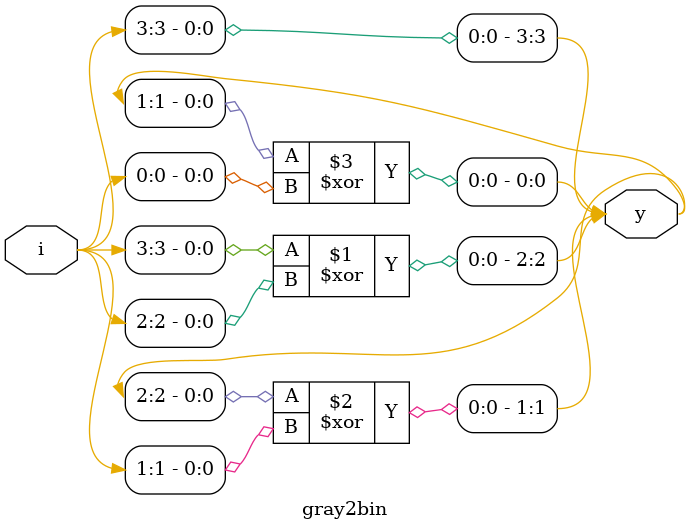
<source format=v>
`timescale 1ns / 1ps
module gray2bin(i,y);
input [3:0]i;
output [3:0]y;
buf u1(y[3],i[3]);
xor u2(y[2],y[3],i[2]);
xor u3(y[1],y[2],i[1]);
xor u4(y[0],y[1],i[0]);
endmodule

</source>
